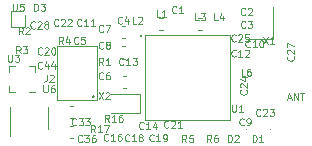
<source format=gbr>
G04 #@! TF.GenerationSoftware,KiCad,Pcbnew,(5.1.5-0-10_14)*
G04 #@! TF.CreationDate,2020-03-10T08:19:59-07:00*
G04 #@! TF.ProjectId,ARBO BT,4152424f-2042-4542-9e6b-696361645f70,rev?*
G04 #@! TF.SameCoordinates,Original*
G04 #@! TF.FileFunction,Legend,Top*
G04 #@! TF.FilePolarity,Positive*
%FSLAX46Y46*%
G04 Gerber Fmt 4.6, Leading zero omitted, Abs format (unit mm)*
G04 Created by KiCad (PCBNEW (5.1.5-0-10_14)) date 2020-03-10 08:19:59*
%MOMM*%
%LPD*%
G04 APERTURE LIST*
%ADD10C,0.100000*%
%ADD11C,0.120000*%
G04 APERTURE END LIST*
D10*
X134500000Y-74350000D02*
G75*
G03X134500000Y-74350000I-100000J0D01*
G01*
X141900000Y-74250000D02*
X134700000Y-74250000D01*
X141900000Y-81450000D02*
X141900000Y-74250000D01*
X134700000Y-81450000D02*
X141900000Y-81450000D01*
X134700000Y-74250000D02*
X134700000Y-81450000D01*
X145550000Y-74600000D02*
X145550000Y-71900000D01*
X143250000Y-74600000D02*
X145550000Y-74600000D01*
X124760000Y-72550000D02*
G75*
G03X124760000Y-72550000I-50000J0D01*
G01*
X143355000Y-82250000D02*
G75*
G03X143355000Y-82250000I-50000J0D01*
G01*
X145405000Y-82250000D02*
G75*
G03X145405000Y-82250000I-50000J0D01*
G01*
D11*
X130461803Y-79500000D02*
G75*
G03X130461803Y-79500000I-111803J0D01*
G01*
X127250000Y-75200000D02*
X127250000Y-79800000D01*
X130650000Y-75200000D02*
X127250000Y-75200000D01*
X130650000Y-79800000D02*
X130650000Y-75200000D01*
X127250000Y-79800000D02*
X130650000Y-79800000D01*
D10*
X123400000Y-73550000D02*
X124600000Y-73550000D01*
X123400000Y-72250000D02*
X123400000Y-73550000D01*
X124300000Y-72250000D02*
X123400000Y-72250000D01*
X124600000Y-73550000D02*
X124600000Y-72550000D01*
X132837221Y-78760000D02*
X133162779Y-78760000D01*
X132837221Y-77740000D02*
X133162779Y-77740000D01*
X125450000Y-79087500D02*
X125450000Y-79087500D01*
X124950000Y-79087500D02*
X125450000Y-79087500D01*
X125450000Y-77387500D02*
X125450000Y-77387500D01*
X125450000Y-76887500D02*
X125450000Y-77387500D01*
X124950000Y-76887500D02*
X125450000Y-76887500D01*
X123750000Y-76887500D02*
X123750000Y-76887500D01*
X123250000Y-76887500D02*
X123750000Y-76887500D01*
X123250000Y-77387500D02*
X123250000Y-76887500D01*
X123250000Y-78587500D02*
X123250000Y-78587500D01*
X123250000Y-79087500D02*
X123250000Y-78587500D01*
X123750000Y-79087500D02*
X123250000Y-79087500D01*
X134300000Y-79250000D02*
X131900000Y-79250000D01*
X134300000Y-80850000D02*
X134300000Y-79250000D01*
X131900000Y-80850000D02*
X134300000Y-80850000D01*
X123340000Y-80400000D02*
X123340000Y-82850000D01*
X126560000Y-82200000D02*
X126560000Y-80400000D01*
X139525279Y-72840000D02*
X139199721Y-72840000D01*
X139525279Y-73860000D02*
X139199721Y-73860000D01*
X136275279Y-72840000D02*
X135949721Y-72840000D01*
X136275279Y-73860000D02*
X135949721Y-73860000D01*
X128349721Y-82960000D02*
X128675279Y-82960000D01*
X128349721Y-81940000D02*
X128675279Y-81940000D01*
X128349721Y-81260000D02*
X128675279Y-81260000D01*
X128349721Y-80240000D02*
X128675279Y-80240000D01*
X133075279Y-75240000D02*
X132749721Y-75240000D01*
X133075279Y-76260000D02*
X132749721Y-76260000D01*
X132749721Y-74560000D02*
X133075279Y-74560000D01*
X132749721Y-73540000D02*
X133075279Y-73540000D01*
X142092857Y-80171428D02*
X142092857Y-80657142D01*
X142121428Y-80714285D01*
X142150000Y-80742857D01*
X142207142Y-80771428D01*
X142321428Y-80771428D01*
X142378571Y-80742857D01*
X142407142Y-80714285D01*
X142435714Y-80657142D01*
X142435714Y-80171428D01*
X143035714Y-80771428D02*
X142692857Y-80771428D01*
X142864285Y-80771428D02*
X142864285Y-80171428D01*
X142807142Y-80257142D01*
X142750000Y-80314285D01*
X142692857Y-80342857D01*
X146814285Y-79600000D02*
X147100000Y-79600000D01*
X146757142Y-79771428D02*
X146957142Y-79171428D01*
X147157142Y-79771428D01*
X147357142Y-79771428D02*
X147357142Y-79171428D01*
X147700000Y-79771428D01*
X147700000Y-79171428D01*
X147900000Y-79171428D02*
X148242857Y-79171428D01*
X148071428Y-79771428D02*
X148071428Y-79171428D01*
X142414285Y-76044285D02*
X142385714Y-76072857D01*
X142300000Y-76101428D01*
X142242857Y-76101428D01*
X142157142Y-76072857D01*
X142100000Y-76015714D01*
X142071428Y-75958571D01*
X142042857Y-75844285D01*
X142042857Y-75758571D01*
X142071428Y-75644285D01*
X142100000Y-75587142D01*
X142157142Y-75530000D01*
X142242857Y-75501428D01*
X142300000Y-75501428D01*
X142385714Y-75530000D01*
X142414285Y-75558571D01*
X142985714Y-76101428D02*
X142642857Y-76101428D01*
X142814285Y-76101428D02*
X142814285Y-75501428D01*
X142757142Y-75587142D01*
X142700000Y-75644285D01*
X142642857Y-75672857D01*
X143214285Y-75558571D02*
X143242857Y-75530000D01*
X143300000Y-75501428D01*
X143442857Y-75501428D01*
X143500000Y-75530000D01*
X143528571Y-75558571D01*
X143557142Y-75615714D01*
X143557142Y-75672857D01*
X143528571Y-75758571D01*
X143185714Y-76101428D01*
X143557142Y-76101428D01*
X144714285Y-74471428D02*
X145114285Y-75071428D01*
X145114285Y-74471428D02*
X144714285Y-75071428D01*
X145657142Y-75071428D02*
X145314285Y-75071428D01*
X145485714Y-75071428D02*
X145485714Y-74471428D01*
X145428571Y-74557142D01*
X145371428Y-74614285D01*
X145314285Y-74642857D01*
X125357142Y-72221428D02*
X125357142Y-71621428D01*
X125500000Y-71621428D01*
X125585714Y-71650000D01*
X125642857Y-71707142D01*
X125671428Y-71764285D01*
X125700000Y-71878571D01*
X125700000Y-71964285D01*
X125671428Y-72078571D01*
X125642857Y-72135714D01*
X125585714Y-72192857D01*
X125500000Y-72221428D01*
X125357142Y-72221428D01*
X125900000Y-71621428D02*
X126271428Y-71621428D01*
X126071428Y-71850000D01*
X126157142Y-71850000D01*
X126214285Y-71878571D01*
X126242857Y-71907142D01*
X126271428Y-71964285D01*
X126271428Y-72107142D01*
X126242857Y-72164285D01*
X126214285Y-72192857D01*
X126157142Y-72221428D01*
X125985714Y-72221428D01*
X125928571Y-72192857D01*
X125900000Y-72164285D01*
X141757142Y-83321428D02*
X141757142Y-82721428D01*
X141900000Y-82721428D01*
X141985714Y-82750000D01*
X142042857Y-82807142D01*
X142071428Y-82864285D01*
X142100000Y-82978571D01*
X142100000Y-83064285D01*
X142071428Y-83178571D01*
X142042857Y-83235714D01*
X141985714Y-83292857D01*
X141900000Y-83321428D01*
X141757142Y-83321428D01*
X142328571Y-82778571D02*
X142357142Y-82750000D01*
X142414285Y-82721428D01*
X142557142Y-82721428D01*
X142614285Y-82750000D01*
X142642857Y-82778571D01*
X142671428Y-82835714D01*
X142671428Y-82892857D01*
X142642857Y-82978571D01*
X142300000Y-83321428D01*
X142671428Y-83321428D01*
X143857142Y-83321428D02*
X143857142Y-82721428D01*
X144000000Y-82721428D01*
X144085714Y-82750000D01*
X144142857Y-82807142D01*
X144171428Y-82864285D01*
X144200000Y-82978571D01*
X144200000Y-83064285D01*
X144171428Y-83178571D01*
X144142857Y-83235714D01*
X144085714Y-83292857D01*
X144000000Y-83321428D01*
X143857142Y-83321428D01*
X144771428Y-83321428D02*
X144428571Y-83321428D01*
X144600000Y-83321428D02*
X144600000Y-82721428D01*
X144542857Y-82807142D01*
X144485714Y-82864285D01*
X144428571Y-82892857D01*
X126400000Y-77621428D02*
X126400000Y-78050000D01*
X126371428Y-78135714D01*
X126314285Y-78192857D01*
X126228571Y-78221428D01*
X126171428Y-78221428D01*
X126657142Y-77678571D02*
X126685714Y-77650000D01*
X126742857Y-77621428D01*
X126885714Y-77621428D01*
X126942857Y-77650000D01*
X126971428Y-77678571D01*
X127000000Y-77735714D01*
X127000000Y-77792857D01*
X126971428Y-77878571D01*
X126628571Y-78221428D01*
X127000000Y-78221428D01*
X123542857Y-71621428D02*
X123542857Y-72107142D01*
X123571428Y-72164285D01*
X123600000Y-72192857D01*
X123657142Y-72221428D01*
X123771428Y-72221428D01*
X123828571Y-72192857D01*
X123857142Y-72164285D01*
X123885714Y-72107142D01*
X123885714Y-71621428D01*
X124457142Y-71621428D02*
X124171428Y-71621428D01*
X124142857Y-71907142D01*
X124171428Y-71878571D01*
X124228571Y-71850000D01*
X124371428Y-71850000D01*
X124428571Y-71878571D01*
X124457142Y-71907142D01*
X124485714Y-71964285D01*
X124485714Y-72107142D01*
X124457142Y-72164285D01*
X124428571Y-72192857D01*
X124371428Y-72221428D01*
X124228571Y-72221428D01*
X124171428Y-72192857D01*
X124142857Y-72164285D01*
X131200000Y-77964285D02*
X131171428Y-77992857D01*
X131085714Y-78021428D01*
X131028571Y-78021428D01*
X130942857Y-77992857D01*
X130885714Y-77935714D01*
X130857142Y-77878571D01*
X130828571Y-77764285D01*
X130828571Y-77678571D01*
X130857142Y-77564285D01*
X130885714Y-77507142D01*
X130942857Y-77450000D01*
X131028571Y-77421428D01*
X131085714Y-77421428D01*
X131171428Y-77450000D01*
X131200000Y-77478571D01*
X131714285Y-77421428D02*
X131600000Y-77421428D01*
X131542857Y-77450000D01*
X131514285Y-77478571D01*
X131457142Y-77564285D01*
X131428571Y-77678571D01*
X131428571Y-77907142D01*
X131457142Y-77964285D01*
X131485714Y-77992857D01*
X131542857Y-78021428D01*
X131657142Y-78021428D01*
X131714285Y-77992857D01*
X131742857Y-77964285D01*
X131771428Y-77907142D01*
X131771428Y-77764285D01*
X131742857Y-77707142D01*
X131714285Y-77678571D01*
X131657142Y-77650000D01*
X131542857Y-77650000D01*
X131485714Y-77678571D01*
X131457142Y-77707142D01*
X131428571Y-77764285D01*
X143235000Y-73614285D02*
X143206428Y-73642857D01*
X143120714Y-73671428D01*
X143063571Y-73671428D01*
X142977857Y-73642857D01*
X142920714Y-73585714D01*
X142892142Y-73528571D01*
X142863571Y-73414285D01*
X142863571Y-73328571D01*
X142892142Y-73214285D01*
X142920714Y-73157142D01*
X142977857Y-73100000D01*
X143063571Y-73071428D01*
X143120714Y-73071428D01*
X143206428Y-73100000D01*
X143235000Y-73128571D01*
X143435000Y-73071428D02*
X143806428Y-73071428D01*
X143606428Y-73300000D01*
X143692142Y-73300000D01*
X143749285Y-73328571D01*
X143777857Y-73357142D01*
X143806428Y-73414285D01*
X143806428Y-73557142D01*
X143777857Y-73614285D01*
X143749285Y-73642857D01*
X143692142Y-73671428D01*
X143520714Y-73671428D01*
X143463571Y-73642857D01*
X143435000Y-73614285D01*
X130514285Y-82521428D02*
X130314285Y-82235714D01*
X130171428Y-82521428D02*
X130171428Y-81921428D01*
X130400000Y-81921428D01*
X130457142Y-81950000D01*
X130485714Y-81978571D01*
X130514285Y-82035714D01*
X130514285Y-82121428D01*
X130485714Y-82178571D01*
X130457142Y-82207142D01*
X130400000Y-82235714D01*
X130171428Y-82235714D01*
X131085714Y-82521428D02*
X130742857Y-82521428D01*
X130914285Y-82521428D02*
X130914285Y-81921428D01*
X130857142Y-82007142D01*
X130800000Y-82064285D01*
X130742857Y-82092857D01*
X131285714Y-81921428D02*
X131685714Y-81921428D01*
X131428571Y-82521428D01*
X131714285Y-81621428D02*
X131514285Y-81335714D01*
X131371428Y-81621428D02*
X131371428Y-81021428D01*
X131600000Y-81021428D01*
X131657142Y-81050000D01*
X131685714Y-81078571D01*
X131714285Y-81135714D01*
X131714285Y-81221428D01*
X131685714Y-81278571D01*
X131657142Y-81307142D01*
X131600000Y-81335714D01*
X131371428Y-81335714D01*
X132285714Y-81621428D02*
X131942857Y-81621428D01*
X132114285Y-81621428D02*
X132114285Y-81021428D01*
X132057142Y-81107142D01*
X132000000Y-81164285D01*
X131942857Y-81192857D01*
X132800000Y-81021428D02*
X132685714Y-81021428D01*
X132628571Y-81050000D01*
X132600000Y-81078571D01*
X132542857Y-81164285D01*
X132514285Y-81278571D01*
X132514285Y-81507142D01*
X132542857Y-81564285D01*
X132571428Y-81592857D01*
X132628571Y-81621428D01*
X132742857Y-81621428D01*
X132800000Y-81592857D01*
X132828571Y-81564285D01*
X132857142Y-81507142D01*
X132857142Y-81364285D01*
X132828571Y-81307142D01*
X132800000Y-81278571D01*
X132742857Y-81250000D01*
X132628571Y-81250000D01*
X132571428Y-81278571D01*
X132542857Y-81307142D01*
X132514285Y-81364285D01*
X126014285Y-77064285D02*
X125985714Y-77092857D01*
X125900000Y-77121428D01*
X125842857Y-77121428D01*
X125757142Y-77092857D01*
X125700000Y-77035714D01*
X125671428Y-76978571D01*
X125642857Y-76864285D01*
X125642857Y-76778571D01*
X125671428Y-76664285D01*
X125700000Y-76607142D01*
X125757142Y-76550000D01*
X125842857Y-76521428D01*
X125900000Y-76521428D01*
X125985714Y-76550000D01*
X126014285Y-76578571D01*
X126528571Y-76721428D02*
X126528571Y-77121428D01*
X126385714Y-76492857D02*
X126242857Y-76921428D01*
X126614285Y-76921428D01*
X127100000Y-76721428D02*
X127100000Y-77121428D01*
X126957142Y-76492857D02*
X126814285Y-76921428D01*
X127185714Y-76921428D01*
X123142857Y-75921428D02*
X123142857Y-76407142D01*
X123171428Y-76464285D01*
X123200000Y-76492857D01*
X123257142Y-76521428D01*
X123371428Y-76521428D01*
X123428571Y-76492857D01*
X123457142Y-76464285D01*
X123485714Y-76407142D01*
X123485714Y-75921428D01*
X123714285Y-75921428D02*
X124085714Y-75921428D01*
X123885714Y-76150000D01*
X123971428Y-76150000D01*
X124028571Y-76178571D01*
X124057142Y-76207142D01*
X124085714Y-76264285D01*
X124085714Y-76407142D01*
X124057142Y-76464285D01*
X124028571Y-76492857D01*
X123971428Y-76521428D01*
X123800000Y-76521428D01*
X123742857Y-76492857D01*
X123714285Y-76464285D01*
X133404285Y-83214285D02*
X133375714Y-83242857D01*
X133290000Y-83271428D01*
X133232857Y-83271428D01*
X133147142Y-83242857D01*
X133090000Y-83185714D01*
X133061428Y-83128571D01*
X133032857Y-83014285D01*
X133032857Y-82928571D01*
X133061428Y-82814285D01*
X133090000Y-82757142D01*
X133147142Y-82700000D01*
X133232857Y-82671428D01*
X133290000Y-82671428D01*
X133375714Y-82700000D01*
X133404285Y-82728571D01*
X133975714Y-83271428D02*
X133632857Y-83271428D01*
X133804285Y-83271428D02*
X133804285Y-82671428D01*
X133747142Y-82757142D01*
X133690000Y-82814285D01*
X133632857Y-82842857D01*
X134318571Y-82928571D02*
X134261428Y-82900000D01*
X134232857Y-82871428D01*
X134204285Y-82814285D01*
X134204285Y-82785714D01*
X134232857Y-82728571D01*
X134261428Y-82700000D01*
X134318571Y-82671428D01*
X134432857Y-82671428D01*
X134490000Y-82700000D01*
X134518571Y-82728571D01*
X134547142Y-82785714D01*
X134547142Y-82814285D01*
X134518571Y-82871428D01*
X134490000Y-82900000D01*
X134432857Y-82928571D01*
X134318571Y-82928571D01*
X134261428Y-82957142D01*
X134232857Y-82985714D01*
X134204285Y-83042857D01*
X134204285Y-83157142D01*
X134232857Y-83214285D01*
X134261428Y-83242857D01*
X134318571Y-83271428D01*
X134432857Y-83271428D01*
X134490000Y-83242857D01*
X134518571Y-83214285D01*
X134547142Y-83157142D01*
X134547142Y-83042857D01*
X134518571Y-82985714D01*
X134490000Y-82957142D01*
X134432857Y-82928571D01*
X129344285Y-73464285D02*
X129315714Y-73492857D01*
X129230000Y-73521428D01*
X129172857Y-73521428D01*
X129087142Y-73492857D01*
X129030000Y-73435714D01*
X129001428Y-73378571D01*
X128972857Y-73264285D01*
X128972857Y-73178571D01*
X129001428Y-73064285D01*
X129030000Y-73007142D01*
X129087142Y-72950000D01*
X129172857Y-72921428D01*
X129230000Y-72921428D01*
X129315714Y-72950000D01*
X129344285Y-72978571D01*
X129915714Y-73521428D02*
X129572857Y-73521428D01*
X129744285Y-73521428D02*
X129744285Y-72921428D01*
X129687142Y-73007142D01*
X129630000Y-73064285D01*
X129572857Y-73092857D01*
X130487142Y-73521428D02*
X130144285Y-73521428D01*
X130315714Y-73521428D02*
X130315714Y-72921428D01*
X130258571Y-73007142D01*
X130201428Y-73064285D01*
X130144285Y-73092857D01*
X130814285Y-79121428D02*
X131214285Y-79721428D01*
X131214285Y-79121428D02*
X130814285Y-79721428D01*
X131414285Y-79178571D02*
X131442857Y-79150000D01*
X131500000Y-79121428D01*
X131642857Y-79121428D01*
X131700000Y-79150000D01*
X131728571Y-79178571D01*
X131757142Y-79235714D01*
X131757142Y-79292857D01*
X131728571Y-79378571D01*
X131385714Y-79721428D01*
X131757142Y-79721428D01*
X126142857Y-78521428D02*
X126142857Y-79007142D01*
X126171428Y-79064285D01*
X126200000Y-79092857D01*
X126257142Y-79121428D01*
X126371428Y-79121428D01*
X126428571Y-79092857D01*
X126457142Y-79064285D01*
X126485714Y-79007142D01*
X126485714Y-78521428D01*
X127028571Y-78521428D02*
X126914285Y-78521428D01*
X126857142Y-78550000D01*
X126828571Y-78578571D01*
X126771428Y-78664285D01*
X126742857Y-78778571D01*
X126742857Y-79007142D01*
X126771428Y-79064285D01*
X126800000Y-79092857D01*
X126857142Y-79121428D01*
X126971428Y-79121428D01*
X127028571Y-79092857D01*
X127057142Y-79064285D01*
X127085714Y-79007142D01*
X127085714Y-78864285D01*
X127057142Y-78807142D01*
X127028571Y-78778571D01*
X126971428Y-78750000D01*
X126857142Y-78750000D01*
X126800000Y-78778571D01*
X126771428Y-78807142D01*
X126742857Y-78864285D01*
X140350000Y-83321428D02*
X140150000Y-83035714D01*
X140007142Y-83321428D02*
X140007142Y-82721428D01*
X140235714Y-82721428D01*
X140292857Y-82750000D01*
X140321428Y-82778571D01*
X140350000Y-82835714D01*
X140350000Y-82921428D01*
X140321428Y-82978571D01*
X140292857Y-83007142D01*
X140235714Y-83035714D01*
X140007142Y-83035714D01*
X140864285Y-82721428D02*
X140750000Y-82721428D01*
X140692857Y-82750000D01*
X140664285Y-82778571D01*
X140607142Y-82864285D01*
X140578571Y-82978571D01*
X140578571Y-83207142D01*
X140607142Y-83264285D01*
X140635714Y-83292857D01*
X140692857Y-83321428D01*
X140807142Y-83321428D01*
X140864285Y-83292857D01*
X140892857Y-83264285D01*
X140921428Y-83207142D01*
X140921428Y-83064285D01*
X140892857Y-83007142D01*
X140864285Y-82978571D01*
X140807142Y-82950000D01*
X140692857Y-82950000D01*
X140635714Y-82978571D01*
X140607142Y-83007142D01*
X140578571Y-83064285D01*
X138250000Y-83321428D02*
X138050000Y-83035714D01*
X137907142Y-83321428D02*
X137907142Y-82721428D01*
X138135714Y-82721428D01*
X138192857Y-82750000D01*
X138221428Y-82778571D01*
X138250000Y-82835714D01*
X138250000Y-82921428D01*
X138221428Y-82978571D01*
X138192857Y-83007142D01*
X138135714Y-83035714D01*
X137907142Y-83035714D01*
X138792857Y-82721428D02*
X138507142Y-82721428D01*
X138478571Y-83007142D01*
X138507142Y-82978571D01*
X138564285Y-82950000D01*
X138707142Y-82950000D01*
X138764285Y-82978571D01*
X138792857Y-83007142D01*
X138821428Y-83064285D01*
X138821428Y-83207142D01*
X138792857Y-83264285D01*
X138764285Y-83292857D01*
X138707142Y-83321428D01*
X138564285Y-83321428D01*
X138507142Y-83292857D01*
X138478571Y-83264285D01*
X127800000Y-75021428D02*
X127600000Y-74735714D01*
X127457142Y-75021428D02*
X127457142Y-74421428D01*
X127685714Y-74421428D01*
X127742857Y-74450000D01*
X127771428Y-74478571D01*
X127800000Y-74535714D01*
X127800000Y-74621428D01*
X127771428Y-74678571D01*
X127742857Y-74707142D01*
X127685714Y-74735714D01*
X127457142Y-74735714D01*
X128314285Y-74621428D02*
X128314285Y-75021428D01*
X128171428Y-74392857D02*
X128028571Y-74821428D01*
X128400000Y-74821428D01*
X124200000Y-75821428D02*
X124000000Y-75535714D01*
X123857142Y-75821428D02*
X123857142Y-75221428D01*
X124085714Y-75221428D01*
X124142857Y-75250000D01*
X124171428Y-75278571D01*
X124200000Y-75335714D01*
X124200000Y-75421428D01*
X124171428Y-75478571D01*
X124142857Y-75507142D01*
X124085714Y-75535714D01*
X123857142Y-75535714D01*
X124400000Y-75221428D02*
X124771428Y-75221428D01*
X124571428Y-75450000D01*
X124657142Y-75450000D01*
X124714285Y-75478571D01*
X124742857Y-75507142D01*
X124771428Y-75564285D01*
X124771428Y-75707142D01*
X124742857Y-75764285D01*
X124714285Y-75792857D01*
X124657142Y-75821428D01*
X124485714Y-75821428D01*
X124428571Y-75792857D01*
X124400000Y-75764285D01*
X124400000Y-74221428D02*
X124200000Y-73935714D01*
X124057142Y-74221428D02*
X124057142Y-73621428D01*
X124285714Y-73621428D01*
X124342857Y-73650000D01*
X124371428Y-73678571D01*
X124400000Y-73735714D01*
X124400000Y-73821428D01*
X124371428Y-73878571D01*
X124342857Y-73907142D01*
X124285714Y-73935714D01*
X124057142Y-73935714D01*
X124628571Y-73678571D02*
X124657142Y-73650000D01*
X124714285Y-73621428D01*
X124857142Y-73621428D01*
X124914285Y-73650000D01*
X124942857Y-73678571D01*
X124971428Y-73735714D01*
X124971428Y-73792857D01*
X124942857Y-73878571D01*
X124600000Y-74221428D01*
X124971428Y-74221428D01*
X131200000Y-76821428D02*
X131000000Y-76535714D01*
X130857142Y-76821428D02*
X130857142Y-76221428D01*
X131085714Y-76221428D01*
X131142857Y-76250000D01*
X131171428Y-76278571D01*
X131200000Y-76335714D01*
X131200000Y-76421428D01*
X131171428Y-76478571D01*
X131142857Y-76507142D01*
X131085714Y-76535714D01*
X130857142Y-76535714D01*
X131771428Y-76821428D02*
X131428571Y-76821428D01*
X131600000Y-76821428D02*
X131600000Y-76221428D01*
X131542857Y-76307142D01*
X131485714Y-76364285D01*
X131428571Y-76392857D01*
X143200000Y-77721428D02*
X142914285Y-77721428D01*
X142914285Y-77121428D01*
X143657142Y-77121428D02*
X143542857Y-77121428D01*
X143485714Y-77150000D01*
X143457142Y-77178571D01*
X143400000Y-77264285D01*
X143371428Y-77378571D01*
X143371428Y-77607142D01*
X143400000Y-77664285D01*
X143428571Y-77692857D01*
X143485714Y-77721428D01*
X143600000Y-77721428D01*
X143657142Y-77692857D01*
X143685714Y-77664285D01*
X143714285Y-77607142D01*
X143714285Y-77464285D01*
X143685714Y-77407142D01*
X143657142Y-77378571D01*
X143600000Y-77350000D01*
X143485714Y-77350000D01*
X143428571Y-77378571D01*
X143400000Y-77407142D01*
X143371428Y-77464285D01*
X140900000Y-73021428D02*
X140614285Y-73021428D01*
X140614285Y-72421428D01*
X141357142Y-72621428D02*
X141357142Y-73021428D01*
X141214285Y-72392857D02*
X141071428Y-72821428D01*
X141442857Y-72821428D01*
X139300000Y-73021428D02*
X139014285Y-73021428D01*
X139014285Y-72421428D01*
X139442857Y-72421428D02*
X139814285Y-72421428D01*
X139614285Y-72650000D01*
X139700000Y-72650000D01*
X139757142Y-72678571D01*
X139785714Y-72707142D01*
X139814285Y-72764285D01*
X139814285Y-72907142D01*
X139785714Y-72964285D01*
X139757142Y-72992857D01*
X139700000Y-73021428D01*
X139528571Y-73021428D01*
X139471428Y-72992857D01*
X139442857Y-72964285D01*
X134000000Y-73321428D02*
X133714285Y-73321428D01*
X133714285Y-72721428D01*
X134171428Y-72778571D02*
X134200000Y-72750000D01*
X134257142Y-72721428D01*
X134400000Y-72721428D01*
X134457142Y-72750000D01*
X134485714Y-72778571D01*
X134514285Y-72835714D01*
X134514285Y-72892857D01*
X134485714Y-72978571D01*
X134142857Y-73321428D01*
X134514285Y-73321428D01*
X136000000Y-72721428D02*
X135714285Y-72721428D01*
X135714285Y-72121428D01*
X136514285Y-72721428D02*
X136171428Y-72721428D01*
X136342857Y-72721428D02*
X136342857Y-72121428D01*
X136285714Y-72207142D01*
X136228571Y-72264285D01*
X136171428Y-72292857D01*
X129414285Y-83264285D02*
X129385714Y-83292857D01*
X129300000Y-83321428D01*
X129242857Y-83321428D01*
X129157142Y-83292857D01*
X129100000Y-83235714D01*
X129071428Y-83178571D01*
X129042857Y-83064285D01*
X129042857Y-82978571D01*
X129071428Y-82864285D01*
X129100000Y-82807142D01*
X129157142Y-82750000D01*
X129242857Y-82721428D01*
X129300000Y-82721428D01*
X129385714Y-82750000D01*
X129414285Y-82778571D01*
X129614285Y-82721428D02*
X129985714Y-82721428D01*
X129785714Y-82950000D01*
X129871428Y-82950000D01*
X129928571Y-82978571D01*
X129957142Y-83007142D01*
X129985714Y-83064285D01*
X129985714Y-83207142D01*
X129957142Y-83264285D01*
X129928571Y-83292857D01*
X129871428Y-83321428D01*
X129700000Y-83321428D01*
X129642857Y-83292857D01*
X129614285Y-83264285D01*
X130500000Y-82721428D02*
X130385714Y-82721428D01*
X130328571Y-82750000D01*
X130300000Y-82778571D01*
X130242857Y-82864285D01*
X130214285Y-82978571D01*
X130214285Y-83207142D01*
X130242857Y-83264285D01*
X130271428Y-83292857D01*
X130328571Y-83321428D01*
X130442857Y-83321428D01*
X130500000Y-83292857D01*
X130528571Y-83264285D01*
X130557142Y-83207142D01*
X130557142Y-83064285D01*
X130528571Y-83007142D01*
X130500000Y-82978571D01*
X130442857Y-82950000D01*
X130328571Y-82950000D01*
X130271428Y-82978571D01*
X130242857Y-83007142D01*
X130214285Y-83064285D01*
X128914285Y-81864285D02*
X128885714Y-81892857D01*
X128800000Y-81921428D01*
X128742857Y-81921428D01*
X128657142Y-81892857D01*
X128600000Y-81835714D01*
X128571428Y-81778571D01*
X128542857Y-81664285D01*
X128542857Y-81578571D01*
X128571428Y-81464285D01*
X128600000Y-81407142D01*
X128657142Y-81350000D01*
X128742857Y-81321428D01*
X128800000Y-81321428D01*
X128885714Y-81350000D01*
X128914285Y-81378571D01*
X129114285Y-81321428D02*
X129485714Y-81321428D01*
X129285714Y-81550000D01*
X129371428Y-81550000D01*
X129428571Y-81578571D01*
X129457142Y-81607142D01*
X129485714Y-81664285D01*
X129485714Y-81807142D01*
X129457142Y-81864285D01*
X129428571Y-81892857D01*
X129371428Y-81921428D01*
X129200000Y-81921428D01*
X129142857Y-81892857D01*
X129114285Y-81864285D01*
X129685714Y-81321428D02*
X130057142Y-81321428D01*
X129857142Y-81550000D01*
X129942857Y-81550000D01*
X130000000Y-81578571D01*
X130028571Y-81607142D01*
X130057142Y-81664285D01*
X130057142Y-81807142D01*
X130028571Y-81864285D01*
X130000000Y-81892857D01*
X129942857Y-81921428D01*
X129771428Y-81921428D01*
X129714285Y-81892857D01*
X129685714Y-81864285D01*
X125414285Y-73664285D02*
X125385714Y-73692857D01*
X125300000Y-73721428D01*
X125242857Y-73721428D01*
X125157142Y-73692857D01*
X125100000Y-73635714D01*
X125071428Y-73578571D01*
X125042857Y-73464285D01*
X125042857Y-73378571D01*
X125071428Y-73264285D01*
X125100000Y-73207142D01*
X125157142Y-73150000D01*
X125242857Y-73121428D01*
X125300000Y-73121428D01*
X125385714Y-73150000D01*
X125414285Y-73178571D01*
X125642857Y-73178571D02*
X125671428Y-73150000D01*
X125728571Y-73121428D01*
X125871428Y-73121428D01*
X125928571Y-73150000D01*
X125957142Y-73178571D01*
X125985714Y-73235714D01*
X125985714Y-73292857D01*
X125957142Y-73378571D01*
X125614285Y-73721428D01*
X125985714Y-73721428D01*
X126328571Y-73378571D02*
X126271428Y-73350000D01*
X126242857Y-73321428D01*
X126214285Y-73264285D01*
X126214285Y-73235714D01*
X126242857Y-73178571D01*
X126271428Y-73150000D01*
X126328571Y-73121428D01*
X126442857Y-73121428D01*
X126500000Y-73150000D01*
X126528571Y-73178571D01*
X126557142Y-73235714D01*
X126557142Y-73264285D01*
X126528571Y-73321428D01*
X126500000Y-73350000D01*
X126442857Y-73378571D01*
X126328571Y-73378571D01*
X126271428Y-73407142D01*
X126242857Y-73435714D01*
X126214285Y-73492857D01*
X126214285Y-73607142D01*
X126242857Y-73664285D01*
X126271428Y-73692857D01*
X126328571Y-73721428D01*
X126442857Y-73721428D01*
X126500000Y-73692857D01*
X126528571Y-73664285D01*
X126557142Y-73607142D01*
X126557142Y-73492857D01*
X126528571Y-73435714D01*
X126500000Y-73407142D01*
X126442857Y-73378571D01*
X147314285Y-76075714D02*
X147342857Y-76104285D01*
X147371428Y-76190000D01*
X147371428Y-76247142D01*
X147342857Y-76332857D01*
X147285714Y-76390000D01*
X147228571Y-76418571D01*
X147114285Y-76447142D01*
X147028571Y-76447142D01*
X146914285Y-76418571D01*
X146857142Y-76390000D01*
X146800000Y-76332857D01*
X146771428Y-76247142D01*
X146771428Y-76190000D01*
X146800000Y-76104285D01*
X146828571Y-76075714D01*
X146828571Y-75847142D02*
X146800000Y-75818571D01*
X146771428Y-75761428D01*
X146771428Y-75618571D01*
X146800000Y-75561428D01*
X146828571Y-75532857D01*
X146885714Y-75504285D01*
X146942857Y-75504285D01*
X147028571Y-75532857D01*
X147371428Y-75875714D01*
X147371428Y-75504285D01*
X146771428Y-75304285D02*
X146771428Y-74904285D01*
X147371428Y-75161428D01*
X142414285Y-74764285D02*
X142385714Y-74792857D01*
X142300000Y-74821428D01*
X142242857Y-74821428D01*
X142157142Y-74792857D01*
X142100000Y-74735714D01*
X142071428Y-74678571D01*
X142042857Y-74564285D01*
X142042857Y-74478571D01*
X142071428Y-74364285D01*
X142100000Y-74307142D01*
X142157142Y-74250000D01*
X142242857Y-74221428D01*
X142300000Y-74221428D01*
X142385714Y-74250000D01*
X142414285Y-74278571D01*
X142642857Y-74278571D02*
X142671428Y-74250000D01*
X142728571Y-74221428D01*
X142871428Y-74221428D01*
X142928571Y-74250000D01*
X142957142Y-74278571D01*
X142985714Y-74335714D01*
X142985714Y-74392857D01*
X142957142Y-74478571D01*
X142614285Y-74821428D01*
X142985714Y-74821428D01*
X143528571Y-74221428D02*
X143242857Y-74221428D01*
X143214285Y-74507142D01*
X143242857Y-74478571D01*
X143300000Y-74450000D01*
X143442857Y-74450000D01*
X143500000Y-74478571D01*
X143528571Y-74507142D01*
X143557142Y-74564285D01*
X143557142Y-74707142D01*
X143528571Y-74764285D01*
X143500000Y-74792857D01*
X143442857Y-74821428D01*
X143300000Y-74821428D01*
X143242857Y-74792857D01*
X143214285Y-74764285D01*
X143314285Y-78935714D02*
X143342857Y-78964285D01*
X143371428Y-79050000D01*
X143371428Y-79107142D01*
X143342857Y-79192857D01*
X143285714Y-79250000D01*
X143228571Y-79278571D01*
X143114285Y-79307142D01*
X143028571Y-79307142D01*
X142914285Y-79278571D01*
X142857142Y-79250000D01*
X142800000Y-79192857D01*
X142771428Y-79107142D01*
X142771428Y-79050000D01*
X142800000Y-78964285D01*
X142828571Y-78935714D01*
X142828571Y-78707142D02*
X142800000Y-78678571D01*
X142771428Y-78621428D01*
X142771428Y-78478571D01*
X142800000Y-78421428D01*
X142828571Y-78392857D01*
X142885714Y-78364285D01*
X142942857Y-78364285D01*
X143028571Y-78392857D01*
X143371428Y-78735714D01*
X143371428Y-78364285D01*
X142971428Y-77850000D02*
X143371428Y-77850000D01*
X142742857Y-77992857D02*
X143171428Y-78135714D01*
X143171428Y-77764285D01*
X144514285Y-81064285D02*
X144485714Y-81092857D01*
X144400000Y-81121428D01*
X144342857Y-81121428D01*
X144257142Y-81092857D01*
X144200000Y-81035714D01*
X144171428Y-80978571D01*
X144142857Y-80864285D01*
X144142857Y-80778571D01*
X144171428Y-80664285D01*
X144200000Y-80607142D01*
X144257142Y-80550000D01*
X144342857Y-80521428D01*
X144400000Y-80521428D01*
X144485714Y-80550000D01*
X144514285Y-80578571D01*
X144742857Y-80578571D02*
X144771428Y-80550000D01*
X144828571Y-80521428D01*
X144971428Y-80521428D01*
X145028571Y-80550000D01*
X145057142Y-80578571D01*
X145085714Y-80635714D01*
X145085714Y-80692857D01*
X145057142Y-80778571D01*
X144714285Y-81121428D01*
X145085714Y-81121428D01*
X145285714Y-80521428D02*
X145657142Y-80521428D01*
X145457142Y-80750000D01*
X145542857Y-80750000D01*
X145600000Y-80778571D01*
X145628571Y-80807142D01*
X145657142Y-80864285D01*
X145657142Y-81007142D01*
X145628571Y-81064285D01*
X145600000Y-81092857D01*
X145542857Y-81121428D01*
X145371428Y-81121428D01*
X145314285Y-81092857D01*
X145285714Y-81064285D01*
X127399285Y-73464285D02*
X127370714Y-73492857D01*
X127285000Y-73521428D01*
X127227857Y-73521428D01*
X127142142Y-73492857D01*
X127085000Y-73435714D01*
X127056428Y-73378571D01*
X127027857Y-73264285D01*
X127027857Y-73178571D01*
X127056428Y-73064285D01*
X127085000Y-73007142D01*
X127142142Y-72950000D01*
X127227857Y-72921428D01*
X127285000Y-72921428D01*
X127370714Y-72950000D01*
X127399285Y-72978571D01*
X127627857Y-72978571D02*
X127656428Y-72950000D01*
X127713571Y-72921428D01*
X127856428Y-72921428D01*
X127913571Y-72950000D01*
X127942142Y-72978571D01*
X127970714Y-73035714D01*
X127970714Y-73092857D01*
X127942142Y-73178571D01*
X127599285Y-73521428D01*
X127970714Y-73521428D01*
X128199285Y-72978571D02*
X128227857Y-72950000D01*
X128285000Y-72921428D01*
X128427857Y-72921428D01*
X128485000Y-72950000D01*
X128513571Y-72978571D01*
X128542142Y-73035714D01*
X128542142Y-73092857D01*
X128513571Y-73178571D01*
X128170714Y-73521428D01*
X128542142Y-73521428D01*
X136714285Y-82064285D02*
X136685714Y-82092857D01*
X136600000Y-82121428D01*
X136542857Y-82121428D01*
X136457142Y-82092857D01*
X136400000Y-82035714D01*
X136371428Y-81978571D01*
X136342857Y-81864285D01*
X136342857Y-81778571D01*
X136371428Y-81664285D01*
X136400000Y-81607142D01*
X136457142Y-81550000D01*
X136542857Y-81521428D01*
X136600000Y-81521428D01*
X136685714Y-81550000D01*
X136714285Y-81578571D01*
X136942857Y-81578571D02*
X136971428Y-81550000D01*
X137028571Y-81521428D01*
X137171428Y-81521428D01*
X137228571Y-81550000D01*
X137257142Y-81578571D01*
X137285714Y-81635714D01*
X137285714Y-81692857D01*
X137257142Y-81778571D01*
X136914285Y-82121428D01*
X137285714Y-82121428D01*
X137857142Y-82121428D02*
X137514285Y-82121428D01*
X137685714Y-82121428D02*
X137685714Y-81521428D01*
X137628571Y-81607142D01*
X137571428Y-81664285D01*
X137514285Y-81692857D01*
X126014285Y-75864285D02*
X125985714Y-75892857D01*
X125900000Y-75921428D01*
X125842857Y-75921428D01*
X125757142Y-75892857D01*
X125700000Y-75835714D01*
X125671428Y-75778571D01*
X125642857Y-75664285D01*
X125642857Y-75578571D01*
X125671428Y-75464285D01*
X125700000Y-75407142D01*
X125757142Y-75350000D01*
X125842857Y-75321428D01*
X125900000Y-75321428D01*
X125985714Y-75350000D01*
X126014285Y-75378571D01*
X126242857Y-75378571D02*
X126271428Y-75350000D01*
X126328571Y-75321428D01*
X126471428Y-75321428D01*
X126528571Y-75350000D01*
X126557142Y-75378571D01*
X126585714Y-75435714D01*
X126585714Y-75492857D01*
X126557142Y-75578571D01*
X126214285Y-75921428D01*
X126585714Y-75921428D01*
X126957142Y-75321428D02*
X127014285Y-75321428D01*
X127071428Y-75350000D01*
X127100000Y-75378571D01*
X127128571Y-75435714D01*
X127157142Y-75550000D01*
X127157142Y-75692857D01*
X127128571Y-75807142D01*
X127100000Y-75864285D01*
X127071428Y-75892857D01*
X127014285Y-75921428D01*
X126957142Y-75921428D01*
X126900000Y-75892857D01*
X126871428Y-75864285D01*
X126842857Y-75807142D01*
X126814285Y-75692857D01*
X126814285Y-75550000D01*
X126842857Y-75435714D01*
X126871428Y-75378571D01*
X126900000Y-75350000D01*
X126957142Y-75321428D01*
X135464285Y-83214285D02*
X135435714Y-83242857D01*
X135350000Y-83271428D01*
X135292857Y-83271428D01*
X135207142Y-83242857D01*
X135150000Y-83185714D01*
X135121428Y-83128571D01*
X135092857Y-83014285D01*
X135092857Y-82928571D01*
X135121428Y-82814285D01*
X135150000Y-82757142D01*
X135207142Y-82700000D01*
X135292857Y-82671428D01*
X135350000Y-82671428D01*
X135435714Y-82700000D01*
X135464285Y-82728571D01*
X136035714Y-83271428D02*
X135692857Y-83271428D01*
X135864285Y-83271428D02*
X135864285Y-82671428D01*
X135807142Y-82757142D01*
X135750000Y-82814285D01*
X135692857Y-82842857D01*
X136321428Y-83271428D02*
X136435714Y-83271428D01*
X136492857Y-83242857D01*
X136521428Y-83214285D01*
X136578571Y-83128571D01*
X136607142Y-83014285D01*
X136607142Y-82785714D01*
X136578571Y-82728571D01*
X136550000Y-82700000D01*
X136492857Y-82671428D01*
X136378571Y-82671428D01*
X136321428Y-82700000D01*
X136292857Y-82728571D01*
X136264285Y-82785714D01*
X136264285Y-82928571D01*
X136292857Y-82985714D01*
X136321428Y-83014285D01*
X136378571Y-83042857D01*
X136492857Y-83042857D01*
X136550000Y-83014285D01*
X136578571Y-82985714D01*
X136607142Y-82928571D01*
X131614285Y-83164285D02*
X131585714Y-83192857D01*
X131500000Y-83221428D01*
X131442857Y-83221428D01*
X131357142Y-83192857D01*
X131300000Y-83135714D01*
X131271428Y-83078571D01*
X131242857Y-82964285D01*
X131242857Y-82878571D01*
X131271428Y-82764285D01*
X131300000Y-82707142D01*
X131357142Y-82650000D01*
X131442857Y-82621428D01*
X131500000Y-82621428D01*
X131585714Y-82650000D01*
X131614285Y-82678571D01*
X132185714Y-83221428D02*
X131842857Y-83221428D01*
X132014285Y-83221428D02*
X132014285Y-82621428D01*
X131957142Y-82707142D01*
X131900000Y-82764285D01*
X131842857Y-82792857D01*
X132700000Y-82621428D02*
X132585714Y-82621428D01*
X132528571Y-82650000D01*
X132500000Y-82678571D01*
X132442857Y-82764285D01*
X132414285Y-82878571D01*
X132414285Y-83107142D01*
X132442857Y-83164285D01*
X132471428Y-83192857D01*
X132528571Y-83221428D01*
X132642857Y-83221428D01*
X132700000Y-83192857D01*
X132728571Y-83164285D01*
X132757142Y-83107142D01*
X132757142Y-82964285D01*
X132728571Y-82907142D01*
X132700000Y-82878571D01*
X132642857Y-82850000D01*
X132528571Y-82850000D01*
X132471428Y-82878571D01*
X132442857Y-82907142D01*
X132414285Y-82964285D01*
X134614285Y-82164285D02*
X134585714Y-82192857D01*
X134500000Y-82221428D01*
X134442857Y-82221428D01*
X134357142Y-82192857D01*
X134300000Y-82135714D01*
X134271428Y-82078571D01*
X134242857Y-81964285D01*
X134242857Y-81878571D01*
X134271428Y-81764285D01*
X134300000Y-81707142D01*
X134357142Y-81650000D01*
X134442857Y-81621428D01*
X134500000Y-81621428D01*
X134585714Y-81650000D01*
X134614285Y-81678571D01*
X135185714Y-82221428D02*
X134842857Y-82221428D01*
X135014285Y-82221428D02*
X135014285Y-81621428D01*
X134957142Y-81707142D01*
X134900000Y-81764285D01*
X134842857Y-81792857D01*
X135700000Y-81821428D02*
X135700000Y-82221428D01*
X135557142Y-81592857D02*
X135414285Y-82021428D01*
X135785714Y-82021428D01*
X132914285Y-76764285D02*
X132885714Y-76792857D01*
X132800000Y-76821428D01*
X132742857Y-76821428D01*
X132657142Y-76792857D01*
X132600000Y-76735714D01*
X132571428Y-76678571D01*
X132542857Y-76564285D01*
X132542857Y-76478571D01*
X132571428Y-76364285D01*
X132600000Y-76307142D01*
X132657142Y-76250000D01*
X132742857Y-76221428D01*
X132800000Y-76221428D01*
X132885714Y-76250000D01*
X132914285Y-76278571D01*
X133485714Y-76821428D02*
X133142857Y-76821428D01*
X133314285Y-76821428D02*
X133314285Y-76221428D01*
X133257142Y-76307142D01*
X133200000Y-76364285D01*
X133142857Y-76392857D01*
X133685714Y-76221428D02*
X134057142Y-76221428D01*
X133857142Y-76450000D01*
X133942857Y-76450000D01*
X134000000Y-76478571D01*
X134028571Y-76507142D01*
X134057142Y-76564285D01*
X134057142Y-76707142D01*
X134028571Y-76764285D01*
X134000000Y-76792857D01*
X133942857Y-76821428D01*
X133771428Y-76821428D01*
X133714285Y-76792857D01*
X133685714Y-76764285D01*
X143614285Y-75264285D02*
X143585714Y-75292857D01*
X143500000Y-75321428D01*
X143442857Y-75321428D01*
X143357142Y-75292857D01*
X143300000Y-75235714D01*
X143271428Y-75178571D01*
X143242857Y-75064285D01*
X143242857Y-74978571D01*
X143271428Y-74864285D01*
X143300000Y-74807142D01*
X143357142Y-74750000D01*
X143442857Y-74721428D01*
X143500000Y-74721428D01*
X143585714Y-74750000D01*
X143614285Y-74778571D01*
X144185714Y-75321428D02*
X143842857Y-75321428D01*
X144014285Y-75321428D02*
X144014285Y-74721428D01*
X143957142Y-74807142D01*
X143900000Y-74864285D01*
X143842857Y-74892857D01*
X144557142Y-74721428D02*
X144614285Y-74721428D01*
X144671428Y-74750000D01*
X144700000Y-74778571D01*
X144728571Y-74835714D01*
X144757142Y-74950000D01*
X144757142Y-75092857D01*
X144728571Y-75207142D01*
X144700000Y-75264285D01*
X144671428Y-75292857D01*
X144614285Y-75321428D01*
X144557142Y-75321428D01*
X144500000Y-75292857D01*
X144471428Y-75264285D01*
X144442857Y-75207142D01*
X144414285Y-75092857D01*
X144414285Y-74950000D01*
X144442857Y-74835714D01*
X144471428Y-74778571D01*
X144500000Y-74750000D01*
X144557142Y-74721428D01*
X143100000Y-81864285D02*
X143071428Y-81892857D01*
X142985714Y-81921428D01*
X142928571Y-81921428D01*
X142842857Y-81892857D01*
X142785714Y-81835714D01*
X142757142Y-81778571D01*
X142728571Y-81664285D01*
X142728571Y-81578571D01*
X142757142Y-81464285D01*
X142785714Y-81407142D01*
X142842857Y-81350000D01*
X142928571Y-81321428D01*
X142985714Y-81321428D01*
X143071428Y-81350000D01*
X143100000Y-81378571D01*
X143385714Y-81921428D02*
X143500000Y-81921428D01*
X143557142Y-81892857D01*
X143585714Y-81864285D01*
X143642857Y-81778571D01*
X143671428Y-81664285D01*
X143671428Y-81435714D01*
X143642857Y-81378571D01*
X143614285Y-81350000D01*
X143557142Y-81321428D01*
X143442857Y-81321428D01*
X143385714Y-81350000D01*
X143357142Y-81378571D01*
X143328571Y-81435714D01*
X143328571Y-81578571D01*
X143357142Y-81635714D01*
X143385714Y-81664285D01*
X143442857Y-81692857D01*
X143557142Y-81692857D01*
X143614285Y-81664285D01*
X143642857Y-81635714D01*
X143671428Y-81578571D01*
X131200000Y-75364285D02*
X131171428Y-75392857D01*
X131085714Y-75421428D01*
X131028571Y-75421428D01*
X130942857Y-75392857D01*
X130885714Y-75335714D01*
X130857142Y-75278571D01*
X130828571Y-75164285D01*
X130828571Y-75078571D01*
X130857142Y-74964285D01*
X130885714Y-74907142D01*
X130942857Y-74850000D01*
X131028571Y-74821428D01*
X131085714Y-74821428D01*
X131171428Y-74850000D01*
X131200000Y-74878571D01*
X131542857Y-75078571D02*
X131485714Y-75050000D01*
X131457142Y-75021428D01*
X131428571Y-74964285D01*
X131428571Y-74935714D01*
X131457142Y-74878571D01*
X131485714Y-74850000D01*
X131542857Y-74821428D01*
X131657142Y-74821428D01*
X131714285Y-74850000D01*
X131742857Y-74878571D01*
X131771428Y-74935714D01*
X131771428Y-74964285D01*
X131742857Y-75021428D01*
X131714285Y-75050000D01*
X131657142Y-75078571D01*
X131542857Y-75078571D01*
X131485714Y-75107142D01*
X131457142Y-75135714D01*
X131428571Y-75192857D01*
X131428571Y-75307142D01*
X131457142Y-75364285D01*
X131485714Y-75392857D01*
X131542857Y-75421428D01*
X131657142Y-75421428D01*
X131714285Y-75392857D01*
X131742857Y-75364285D01*
X131771428Y-75307142D01*
X131771428Y-75192857D01*
X131742857Y-75135714D01*
X131714285Y-75107142D01*
X131657142Y-75078571D01*
X131200000Y-73964285D02*
X131171428Y-73992857D01*
X131085714Y-74021428D01*
X131028571Y-74021428D01*
X130942857Y-73992857D01*
X130885714Y-73935714D01*
X130857142Y-73878571D01*
X130828571Y-73764285D01*
X130828571Y-73678571D01*
X130857142Y-73564285D01*
X130885714Y-73507142D01*
X130942857Y-73450000D01*
X131028571Y-73421428D01*
X131085714Y-73421428D01*
X131171428Y-73450000D01*
X131200000Y-73478571D01*
X131400000Y-73421428D02*
X131800000Y-73421428D01*
X131542857Y-74021428D01*
X129100000Y-74964285D02*
X129071428Y-74992857D01*
X128985714Y-75021428D01*
X128928571Y-75021428D01*
X128842857Y-74992857D01*
X128785714Y-74935714D01*
X128757142Y-74878571D01*
X128728571Y-74764285D01*
X128728571Y-74678571D01*
X128757142Y-74564285D01*
X128785714Y-74507142D01*
X128842857Y-74450000D01*
X128928571Y-74421428D01*
X128985714Y-74421428D01*
X129071428Y-74450000D01*
X129100000Y-74478571D01*
X129642857Y-74421428D02*
X129357142Y-74421428D01*
X129328571Y-74707142D01*
X129357142Y-74678571D01*
X129414285Y-74650000D01*
X129557142Y-74650000D01*
X129614285Y-74678571D01*
X129642857Y-74707142D01*
X129671428Y-74764285D01*
X129671428Y-74907142D01*
X129642857Y-74964285D01*
X129614285Y-74992857D01*
X129557142Y-75021428D01*
X129414285Y-75021428D01*
X129357142Y-74992857D01*
X129328571Y-74964285D01*
X132800000Y-73264285D02*
X132771428Y-73292857D01*
X132685714Y-73321428D01*
X132628571Y-73321428D01*
X132542857Y-73292857D01*
X132485714Y-73235714D01*
X132457142Y-73178571D01*
X132428571Y-73064285D01*
X132428571Y-72978571D01*
X132457142Y-72864285D01*
X132485714Y-72807142D01*
X132542857Y-72750000D01*
X132628571Y-72721428D01*
X132685714Y-72721428D01*
X132771428Y-72750000D01*
X132800000Y-72778571D01*
X133314285Y-72921428D02*
X133314285Y-73321428D01*
X133171428Y-72692857D02*
X133028571Y-73121428D01*
X133400000Y-73121428D01*
X143220000Y-72514285D02*
X143191428Y-72542857D01*
X143105714Y-72571428D01*
X143048571Y-72571428D01*
X142962857Y-72542857D01*
X142905714Y-72485714D01*
X142877142Y-72428571D01*
X142848571Y-72314285D01*
X142848571Y-72228571D01*
X142877142Y-72114285D01*
X142905714Y-72057142D01*
X142962857Y-72000000D01*
X143048571Y-71971428D01*
X143105714Y-71971428D01*
X143191428Y-72000000D01*
X143220000Y-72028571D01*
X143448571Y-72028571D02*
X143477142Y-72000000D01*
X143534285Y-71971428D01*
X143677142Y-71971428D01*
X143734285Y-72000000D01*
X143762857Y-72028571D01*
X143791428Y-72085714D01*
X143791428Y-72142857D01*
X143762857Y-72228571D01*
X143420000Y-72571428D01*
X143791428Y-72571428D01*
X137400000Y-72364285D02*
X137371428Y-72392857D01*
X137285714Y-72421428D01*
X137228571Y-72421428D01*
X137142857Y-72392857D01*
X137085714Y-72335714D01*
X137057142Y-72278571D01*
X137028571Y-72164285D01*
X137028571Y-72078571D01*
X137057142Y-71964285D01*
X137085714Y-71907142D01*
X137142857Y-71850000D01*
X137228571Y-71821428D01*
X137285714Y-71821428D01*
X137371428Y-71850000D01*
X137400000Y-71878571D01*
X137971428Y-72421428D02*
X137628571Y-72421428D01*
X137800000Y-72421428D02*
X137800000Y-71821428D01*
X137742857Y-71907142D01*
X137685714Y-71964285D01*
X137628571Y-71992857D01*
M02*

</source>
